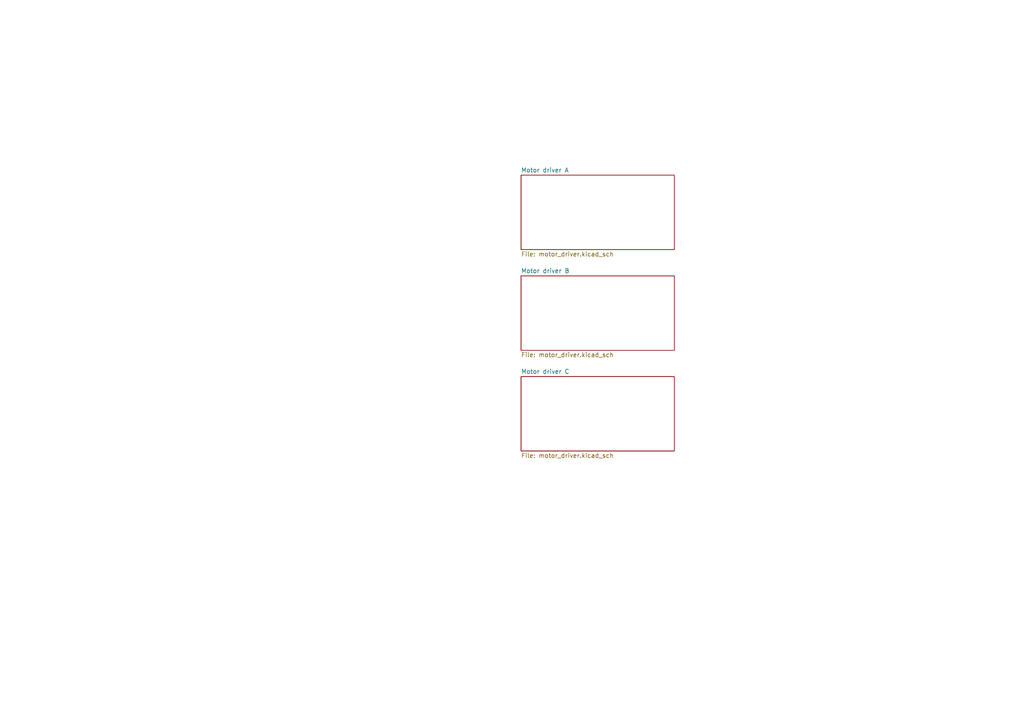
<source format=kicad_sch>
(kicad_sch (version 20230121) (generator eeschema)
  (paper "A4")
  (lib_symbols)
  (sheet (at 151.13 50.8) (size 44.45 21.59) (stroke (width 0.1524))
    (property "Sheetname" "Motor driver A" (at 151.13 50.0884 0) (effects (justify left bottom)))
    (property "Sheetfile" "motor_driver.kicad_sch" (at 151.13 72.9746 0) (effects (justify left top)))
  )
  (sheet (at 151.13 109.22) (size 44.45 21.59) (stroke (width 0.1524))
    (property "Sheetname" "Motor driver C" (at 151.13 108.5084 0) (effects (justify left bottom)))
    (property "Sheetfile" "motor_driver.kicad_sch" (at 151.13 131.3946 0) (effects (justify left top)))
  )
  (sheet (at 151.13 80.01) (size 44.45 21.59) (stroke (width 0.1524))
    (property "Sheetname" "Motor driver B" (at 151.13 79.2984 0) (effects (justify left bottom)))
    (property "Sheetfile" "motor_driver.kicad_sch" (at 151.13 102.1846 0) (effects (justify left top)))
  )
)
</source>
